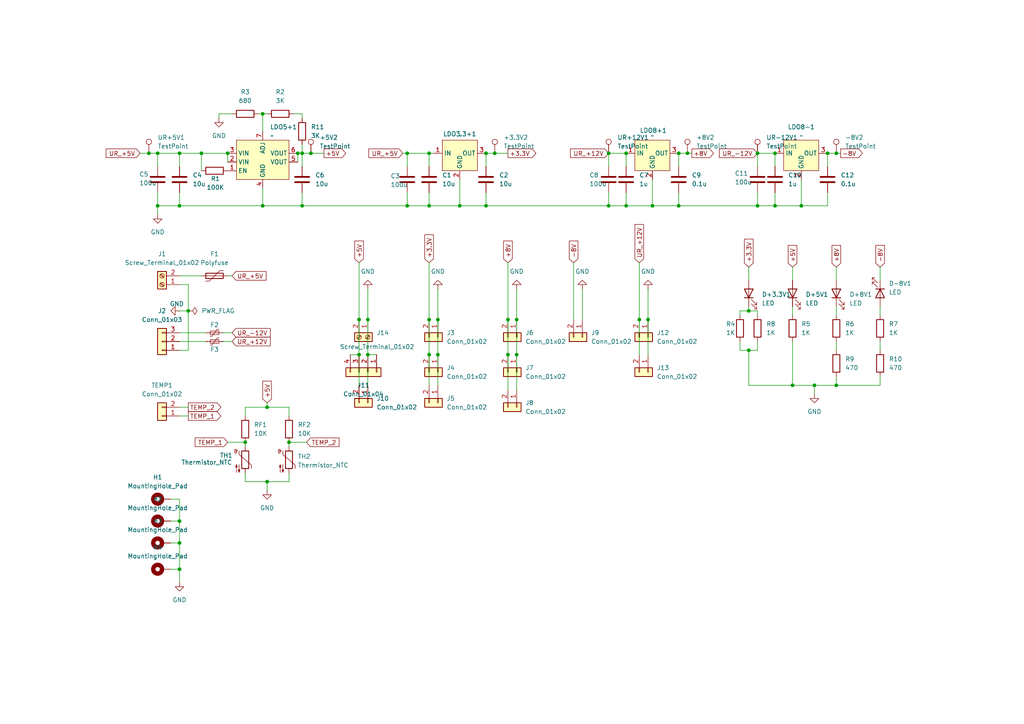
<source format=kicad_sch>
(kicad_sch (version 20250114) (generator "eeschema") (generator_version "9.0")
  (paper "A4")
  (lib_symbols
    (symbol "BJT_Custom:AP7363"
      (property "Reference" "U" (at 2.286 -2.54 0))
      (symbol "AP7363_1_1"
        (rectangle (start -2.54 -3.81) (end 7.62 -12.7) (fill (type background)))
        (pin input line (at -5.08 -7.62 0) (length 2.54) (name "IN") (number "1"))
        (pin input line (at 2.54 -15.24 90) (length 2.54) (name "GND") (number "2"))
        (pin input line (at 10.16 -7.62 180) (length 2.54) (name "OUT") (number "3"))
      )
    )
    (symbol "BJT_Custom:L78M"
      (property "Reference" "U" (at 4.064 0 0))
      (symbol "L78M_1_1"
        (rectangle (start -1.27 -1.27) (end 8.89 -10.16) (fill (type background)))
        (pin input line (at -3.81 -5.08 0) (length 2.54) (name "IN") (number "1"))
        (pin input line (at 3.81 -12.7 90) (length 2.54) (name "GND") (number "2"))
        (pin input line (at 11.43 -5.08 180) (length 2.54) (name "OUT") (number "3"))
      )
    )
    (symbol "BJT_Custom:MIC69502"
      (property "Reference" "U" (at 0.762 -11.43 0))
      (symbol "MIC69502_1_1"
        (rectangle (start -10.16 1.27) (end 5.08 -10.16) (fill (type background)))
        (pin input line (at -12.7 -2.54 0) (length 2.54) (name "VIN") (number "3"))
        (pin input line (at -12.7 -5.08 0) (length 2.54) (name "VIN") (number "2"))
        (pin input line (at -12.7 -7.62 0) (length 2.54) (name "EN") (number "1"))
        (pin input line (at -2.54 3.81 270) (length 2.54) (name "ADJ") (number "7"))
        (pin input line (at -2.54 -12.7 90) (length 2.54) (name "GND") (number "4"))
        (pin input line (at 7.62 -2.54 180) (length 2.54) (name "VOUT") (number "6"))
        (pin input line (at 7.62 -5.08 180) (length 2.54) (name "VOUT") (number "5"))
      )
    )
    (symbol "Connector:Screw_Terminal_01x02" (pin_names (offset 1.016) (hide yes))
      (property "Reference" "J" (at 0 2.54 0))
      (property "Value" "Screw_Terminal_01x02" (at 0 -5.08 0))
      (symbol "Screw_Terminal_01x02_1_1"
        (rectangle (start -1.27 1.27) (end 1.27 -3.81) (stroke (width 0.254)) (fill (type background)))
        (polyline (pts (xy -0.5334 0.3302) (xy 0.3302 -0.508)) (stroke (width 0.1524)))
        (polyline (pts (xy -0.5334 -2.2098) (xy 0.3302 -3.048)) (stroke (width 0.1524)))
        (polyline (pts (xy -0.3556 0.508) (xy 0.508 -0.3302)) (stroke (width 0.1524)))
        (polyline (pts (xy -0.3556 -2.032) (xy 0.508 -2.8702)) (stroke (width 0.1524)))
        (circle (center 0 0) (radius 0.635) (stroke (width 0.1524)))
        (circle (center 0 -2.54) (radius 0.635) (stroke (width 0.1524)))
        (pin passive line (at -5.08 0 0) (length 3.81) (name "Pin_1") (number "1"))
        (pin passive line (at -5.08 -2.54 0) (length 3.81) (name "Pin_2") (number "2"))
      )
    )
    (symbol "Connector:TestPoint" (pin_numbers (hide yes)) (pin_names (offset 0.762) (hide yes))
      (property "Reference" "TP" (at 0 6.858 0))
      (property "Value" "TestPoint" (at 0 5.08 0))
      (symbol "TestPoint_0_1"
        (circle (center 0 3.302) (radius 0.762))
      )
      (symbol "TestPoint_1_1"
        (pin passive line (at 0 0 90) (length 2.54) (name "1") (number "1"))
      )
    )
    (symbol "Connector_Generic:Conn_01x02" (pin_names (offset 1.016) (hide yes))
      (property "Reference" "J" (at 0 2.54 0))
      (property "Value" "Conn_01x02" (at 0 -5.08 0))
      (symbol "Conn_01x02_1_1"
        (rectangle (start -1.27 1.27) (end 1.27 -3.81) (stroke (width 0.254)) (fill (type background)))
        (rectangle (start -1.27 0.127) (end 0 -0.127) (stroke (width 0.1524)))
        (rectangle (start -1.27 -2.413) (end 0 -2.667) (stroke (width 0.1524)))
        (pin passive line (at -5.08 0 0) (length 3.81) (name "Pin_1") (number "1"))
        (pin passive line (at -5.08 -2.54 0) (length 3.81) (name "Pin_2") (number "2"))
      )
    )
    (symbol "Connector_Generic:Conn_01x03" (pin_names (offset 1.016) (hide yes))
      (property "Reference" "J" (at 0 5.08 0))
      (property "Value" "Conn_01x03" (at 0 -5.08 0))
      (symbol "Conn_01x03_1_1"
        (rectangle (start -1.27 3.81) (end 1.27 -3.81) (stroke (width 0.254)) (fill (type background)))
        (rectangle (start -1.27 2.667) (end 0 2.413) (stroke (width 0.1524)))
        (rectangle (start -1.27 0.127) (end 0 -0.127) (stroke (width 0.1524)))
        (rectangle (start -1.27 -2.413) (end 0 -2.667) (stroke (width 0.1524)))
        (pin passive line (at -5.08 2.54 0) (length 3.81) (name "Pin_1") (number "1"))
        (pin passive line (at -5.08 0 0) (length 3.81) (name "Pin_2") (number "2"))
        (pin passive line (at -5.08 -2.54 0) (length 3.81) (name "Pin_3") (number "3"))
      )
    )
    (symbol "Connector_Generic:Conn_01x04" (pin_names (offset 1.016) (hide yes))
      (property "Reference" "J" (at 0 5.08 0))
      (property "Value" "Conn_01x04" (at 0 -7.62 0))
      (symbol "Conn_01x04_1_1"
        (rectangle (start -1.27 3.81) (end 1.27 -6.35) (stroke (width 0.254)) (fill (type background)))
        (rectangle (start -1.27 2.667) (end 0 2.413) (stroke (width 0.1524)))
        (rectangle (start -1.27 0.127) (end 0 -0.127) (stroke (width 0.1524)))
        (rectangle (start -1.27 -2.413) (end 0 -2.667) (stroke (width 0.1524)))
        (rectangle (start -1.27 -4.953) (end 0 -5.207) (stroke (width 0.1524)))
        (pin passive line (at -5.08 2.54 0) (length 3.81) (name "Pin_1") (number "1"))
        (pin passive line (at -5.08 0 0) (length 3.81) (name "Pin_2") (number "2"))
        (pin passive line (at -5.08 -2.54 0) (length 3.81) (name "Pin_3") (number "3"))
        (pin passive line (at -5.08 -5.08 0) (length 3.81) (name "Pin_4") (number "4"))
      )
    )
    (symbol "Device:C" (pin_numbers (hide yes)) (pin_names (offset 0.254))
      (property "Reference" "C" (at 0.635 2.54 0))
      (property "Value" "C" (at 0.635 -2.54 0))
      (symbol "C_0_1"
        (polyline (pts (xy -2.032 0.762) (xy 2.032 0.762)) (stroke (width 0.508)))
        (polyline (pts (xy -2.032 -0.762) (xy 2.032 -0.762)) (stroke (width 0.508)))
      )
      (symbol "C_1_1"
        (pin passive line (at 0 3.81 270) (length 2.794) (name "~") (number "1"))
        (pin passive line (at 0 -3.81 90) (length 2.794) (name "~") (number "2"))
      )
    )
    (symbol "Device:LED" (pin_numbers (hide yes)) (pin_names (offset 1.016) (hide yes))
      (property "Reference" "D" (at 0 2.54 0))
      (property "Value" "LED" (at 0 -2.54 0))
      (symbol "LED_0_1"
        (polyline (pts (xy -3.048 -0.762) (xy -4.572 -2.286) (xy -3.81 -2.286) (xy -4.572 -2.286) (xy -4.572 -1.524)))
        (polyline (pts (xy -1.778 -0.762) (xy -3.302 -2.286) (xy -2.54 -2.286) (xy -3.302 -2.286) (xy -3.302 -1.524)))
        (polyline (pts (xy -1.27 0) (xy 1.27 0)))
        (polyline (pts (xy -1.27 -1.27) (xy -1.27 1.27)) (stroke (width 0.254)))
        (polyline (pts (xy 1.27 -1.27) (xy 1.27 1.27) (xy -1.27 0) (xy 1.27 -1.27)) (stroke (width 0.254)))
      )
      (symbol "LED_1_1"
        (pin passive line (at -3.81 0 0) (length 2.54) (name "K") (number "1"))
        (pin passive line (at 3.81 0 180) (length 2.54) (name "A") (number "2"))
      )
    )
    (symbol "Device:Polyfuse" (pin_numbers (hide yes)) (pin_names (offset 0))
      (property "Reference" "F" (at -2.54 0 90))
      (property "Value" "Polyfuse" (at 2.54 0 90))
      (symbol "Polyfuse_0_1"
        (polyline (pts (xy -1.524 2.54) (xy -1.524 1.524) (xy 1.524 -1.524) (xy 1.524 -2.54)))
        (rectangle (start -0.762 2.54) (end 0.762 -2.54) (stroke (width 0.254)))
        (polyline (pts (xy 0 2.54) (xy 0 -2.54)))
      )
      (symbol "Polyfuse_1_1"
        (pin passive line (at 0 3.81 270) (length 1.27) (name "~") (number "1"))
        (pin passive line (at 0 -3.81 90) (length 1.27) (name "~") (number "2"))
      )
    )
    (symbol "Device:Polyfuse_Small" (pin_numbers (hide yes)) (pin_names (offset 0))
      (property "Reference" "F" (at -1.905 0 90))
      (property "Value" "Polyfuse_Small" (at 1.905 0 90))
      (symbol "Polyfuse_Small_0_1"
        (polyline (pts (xy -1.016 1.27) (xy -1.016 0.762) (xy 1.016 -0.762) (xy 1.016 -1.27)))
        (rectangle (start -0.508 1.27) (end 0.508 -1.27))
        (polyline (pts (xy 0 2.54) (xy 0 -2.54)))
      )
      (symbol "Polyfuse_Small_1_1"
        (pin passive line (at 0 2.54 270) (length 0.635) (name "~") (number "1"))
        (pin passive line (at 0 -2.54 90) (length 0.635) (name "~") (number "2"))
      )
    )
    (symbol "Device:R" (pin_numbers (hide yes)) (pin_names (offset 0))
      (property "Reference" "R" (at 2.032 0 90))
      (property "Value" "R" (at 0 0 90))
      (symbol "R_0_1"
        (rectangle (start -1.016 -2.54) (end 1.016 2.54) (stroke (width 0.254)))
      )
      (symbol "R_1_1"
        (pin passive line (at 0 3.81 270) (length 1.27) (name "~") (number "1"))
        (pin passive line (at 0 -3.81 90) (length 1.27) (name "~") (number "2"))
      )
    )
    (symbol "Device:Thermistor_NTC" (pin_numbers (hide yes)) (pin_names (offset 0))
      (property "Reference" "TH" (at -4.445 0 90))
      (property "Value" "Thermistor_NTC" (at 3.175 0 90))
      (symbol "Thermistor_NTC_0_1"
        (arc (start -3.175 2.413) (mid -3.0506 2.3165) (end -3.048 2.159))
        (arc (start -3.048 2.794) (mid -2.9736 2.9736) (end -2.794 3.048))
        (arc (start -2.794 3.048) (mid -2.6144 2.9736) (end -2.54 2.794))
        (arc (start -2.794 2.54) (mid -2.9736 2.6144) (end -3.048 2.794))
        (arc (start -2.794 1.905) (mid -2.9736 1.9794) (end -3.048 2.159))
        (arc (start -2.54 2.159) (mid -2.6144 1.9794) (end -2.794 1.905))
        (arc (start -2.159 2.794) (mid -2.434 2.5608) (end -2.794 2.54))
        (polyline (pts (xy -2.54 2.159) (xy -2.54 2.794)))
        (polyline (pts (xy -2.54 -3.683) (xy -2.54 -1.397) (xy -2.794 -2.159) (xy -2.286 -2.159) (xy -2.54 -1.397) (xy -2.54 -1.651)) (fill (type outline)))
        (polyline (pts (xy -1.778 2.54) (xy -1.778 1.524) (xy 1.778 -1.524) (xy 1.778 -2.54)))
        (polyline (pts (xy -1.778 -1.397) (xy -1.778 -3.683) (xy -2.032 -2.921) (xy -1.524 -2.921) (xy -1.778 -3.683) (xy -1.778 -3.429)) (fill (type outline)))
        (rectangle (start -1.016 2.54) (end 1.016 -2.54) (stroke (width 0.254)))
      )
      (symbol "Thermistor_NTC_1_1"
        (pin passive line (at 0 3.81 270) (length 1.27) (name "~") (number "1"))
        (pin passive line (at 0 -3.81 90) (length 1.27) (name "~") (number "2"))
      )
    )
    (symbol "Mechanical:MountingHole_Pad" (pin_numbers (hide yes)) (pin_names (offset 1.016) (hide yes)) (exclude_from_sim yes) (in_bom no)
      (property "Reference" "H" (at 0 6.35 0))
      (property "Value" "MountingHole_Pad" (at 0 4.445 0))
      (symbol "MountingHole_Pad_0_1"
        (circle (center 0 1.27) (radius 1.27) (stroke (width 1.27)))
      )
      (symbol "MountingHole_Pad_1_1"
        (pin input line (at 0 -2.54 90) (length 2.54) (name "1") (number "1"))
      )
    )
    (symbol "power:GND" (power) (pin_numbers (hide yes)) (pin_names (offset 0) (hide yes))
      (property "Value" "GND" (at 0 -3.81 0))
      (symbol "GND_0_1"
        (polyline (pts (xy 0 0) (xy 0 -1.27) (xy 1.27 -1.27) (xy 0 -2.54) (xy -1.27 -1.27) (xy 0 -1.27)))
      )
      (symbol "GND_1_1"
        (pin power_in line (at 0 0 270) (length 0) (name "~") (number "1"))
      )
    )
    (symbol "power:PWR_FLAG" (power) (pin_numbers (hide yes)) (pin_names (offset 0) (hide yes))
      (property "Value" "PWR_FLAG" (at 0 3.81 0))
      (symbol "PWR_FLAG_0_0"
        (pin power_out line (at 0 0 90) (length 0) (name "~") (number "1"))
      )
      (symbol "PWR_FLAG_0_1"
        (polyline (pts (xy 0 0) (xy 0 1.27) (xy -1.016 1.905) (xy 0 2.54) (xy 1.016 1.905) (xy 0 1.27)))
      )
    )
  )
  (junction (at 106.68 102.87))
  (junction (at 52.07 59.69))
  (junction (at 104.14 92.71))
  (junction (at 199.39 44.45))
  (junction (at 52.07 165.1))
  (junction (at 124.46 59.69))
  (junction (at 189.23 59.69))
  (junction (at 87.63 44.45))
  (junction (at 217.17 90.17))
  (junction (at 127 102.87))
  (junction (at 196.85 44.45))
  (junction (at 217.17 101.6))
  (junction (at 133.35 59.69))
  (junction (at 118.11 44.45))
  (junction (at 140.97 59.69))
  (junction (at 176.53 59.69))
  (junction (at 90.17 44.45))
  (junction (at 71.12 128.27))
  (junction (at 176.53 44.45))
  (junction (at 196.85 59.69))
  (junction (at 147.32 92.71))
  (junction (at 147.32 102.87))
  (junction (at 219.71 59.69))
  (junction (at 52.07 44.45))
  (junction (at 236.22 111.76))
  (junction (at 83.82 128.27))
  (junction (at 149.86 92.71))
  (junction (at 106.68 92.71))
  (junction (at 185.42 92.71))
  (junction (at 87.63 59.69))
  (junction (at 66.04 44.45))
  (junction (at 54.61 90.17))
  (junction (at 127 92.71))
  (junction (at 45.72 44.45))
  (junction (at 45.72 59.69))
  (junction (at 232.41 59.69))
  (junction (at 242.57 111.76))
  (junction (at 86.36 44.45))
  (junction (at 43.18 44.45))
  (junction (at 58.42 44.45))
  (junction (at 181.61 59.69))
  (junction (at 224.79 59.69))
  (junction (at 77.47 118.11))
  (junction (at 181.61 44.45))
  (junction (at 187.96 92.71))
  (junction (at 229.87 111.76))
  (junction (at 124.46 44.45))
  (junction (at 76.2 59.69))
  (junction (at 219.71 44.45))
  (junction (at 52.07 151.13))
  (junction (at 76.2 33.02))
  (junction (at 143.51 44.45))
  (junction (at 224.79 44.45))
  (junction (at 149.86 102.87))
  (junction (at 240.03 44.45))
  (junction (at 140.97 44.45))
  (junction (at 104.14 102.87))
  (junction (at 118.11 59.69))
  (junction (at 124.46 102.87))
  (junction (at 77.47 139.7))
  (junction (at 124.46 92.71))
  (junction (at 242.57 44.45))
  (junction (at 52.07 157.48))
  (wire (pts (xy 236.22 111.76) (xy 242.57 111.76)))
  (wire (pts (xy 87.63 33.02) (xy 87.63 34.29)))
  (wire (pts (xy 87.63 55.88) (xy 87.63 59.69)))
  (wire (pts (xy 242.57 44.45) (xy 243.84 44.45)))
  (wire (pts (xy 255.27 77.47) (xy 255.27 81.28)))
  (wire (pts (xy 106.68 92.71) (xy 106.68 102.87)))
  (wire (pts (xy 77.47 139.7) (xy 77.47 142.24)))
  (wire (pts (xy 242.57 111.76) (xy 255.27 111.76)))
  (wire (pts (xy 101.6 102.87) (xy 104.14 102.87)))
  (wire (pts (xy 83.82 128.27) (xy 83.82 129.54)))
  (wire (pts (xy 54.61 101.6) (xy 52.07 101.6)))
  (wire (pts (xy 196.85 59.69) (xy 219.71 59.69)))
  (wire (pts (xy 255.27 88.9) (xy 255.27 91.44)))
  (wire (pts (xy 242.57 109.22) (xy 242.57 111.76)))
  (wire (pts (xy 176.53 44.45) (xy 176.53 48.26)))
  (wire (pts (xy 64.77 96.52) (xy 67.31 96.52)))
  (wire (pts (xy 124.46 102.87) (xy 124.46 111.76)))
  (wire (pts (xy 76.2 54.61) (xy 76.2 59.69)))
  (wire (pts (xy 52.07 96.52) (xy 59.69 96.52)))
  (wire (pts (xy 124.46 44.45) (xy 124.46 48.26)))
  (wire (pts (xy 219.71 44.45) (xy 224.79 44.45)))
  (wire (pts (xy 52.07 90.17) (xy 54.61 90.17)))
  (wire (pts (xy 240.03 44.45) (xy 240.03 48.26)))
  (wire (pts (xy 76.2 33.02) (xy 77.47 33.02)))
  (wire (pts (xy 149.86 92.71) (xy 149.86 102.87)))
  (wire (pts (xy 52.07 99.06) (xy 59.69 99.06)))
  (wire (pts (xy 242.57 77.47) (xy 242.57 81.28)))
  (wire (pts (xy 52.07 80.01) (xy 58.42 80.01)))
  (wire (pts (xy 64.77 99.06) (xy 67.31 99.06)))
  (wire (pts (xy 255.27 109.22) (xy 255.27 111.76)))
  (wire (pts (xy 189.23 59.69) (xy 196.85 59.69)))
  (wire (pts (xy 52.07 151.13) (xy 52.07 157.48)))
  (wire (pts (xy 66.04 80.01) (xy 67.31 80.01)))
  (wire (pts (xy 176.53 55.88) (xy 176.53 59.69)))
  (wire (pts (xy 71.12 118.11) (xy 71.12 120.65)))
  (wire (pts (xy 106.68 102.87) (xy 106.68 111.76)))
  (wire (pts (xy 133.35 59.69) (xy 140.97 59.69)))
  (wire (pts (xy 124.46 92.71) (xy 124.46 102.87)))
  (wire (pts (xy 147.32 102.87) (xy 147.32 113.03)))
  (wire (pts (xy 214.63 90.17) (xy 217.17 90.17)))
  (wire (pts (xy 76.2 59.69) (xy 52.07 59.69)))
  (wire (pts (xy 189.23 59.69) (xy 189.23 52.07)))
  (wire (pts (xy 229.87 88.9) (xy 229.87 91.44)))
  (wire (pts (xy 52.07 144.78) (xy 52.07 151.13)))
  (wire (pts (xy 214.63 101.6) (xy 217.17 101.6)))
  (wire (pts (xy 140.97 44.45) (xy 143.51 44.45)))
  (wire (pts (xy 45.72 44.45) (xy 52.07 44.45)))
  (wire (pts (xy 196.85 55.88) (xy 196.85 59.69)))
  (wire (pts (xy 217.17 90.17) (xy 219.71 90.17)))
  (wire (pts (xy 214.63 99.06) (xy 214.63 101.6)))
  (wire (pts (xy 104.14 76.2) (xy 104.14 92.71)))
  (wire (pts (xy 85.09 33.02) (xy 87.63 33.02)))
  (wire (pts (xy 52.07 165.1) (xy 52.07 168.91)))
  (wire (pts (xy 196.85 44.45) (xy 199.39 44.45)))
  (wire (pts (xy 52.07 118.11) (xy 54.61 118.11)))
  (wire (pts (xy 149.86 83.82) (xy 149.86 92.71)))
  (wire (pts (xy 87.63 44.45) (xy 90.17 44.45)))
  (wire (pts (xy 240.03 59.69) (xy 240.03 55.88)))
  (wire (pts (xy 58.42 44.45) (xy 66.04 44.45)))
  (wire (pts (xy 224.79 44.45) (xy 224.79 48.26)))
  (wire (pts (xy 118.11 55.88) (xy 118.11 59.69)))
  (wire (pts (xy 166.37 76.2) (xy 166.37 92.71)))
  (wire (pts (xy 199.39 44.45) (xy 200.66 44.45)))
  (wire (pts (xy 181.61 59.69) (xy 189.23 59.69)))
  (wire (pts (xy 86.36 44.45) (xy 87.63 44.45)))
  (wire (pts (xy 52.07 82.55) (xy 54.61 82.55)))
  (wire (pts (xy 219.71 90.17) (xy 219.71 91.44)))
  (wire (pts (xy 77.47 116.84) (xy 77.47 118.11)))
  (wire (pts (xy 49.53 165.1) (xy 52.07 165.1)))
  (wire (pts (xy 104.14 92.71) (xy 104.14 102.87)))
  (wire (pts (xy 66.04 44.45) (xy 66.04 46.99)))
  (wire (pts (xy 185.42 92.71) (xy 185.42 102.87)))
  (wire (pts (xy 124.46 55.88) (xy 124.46 59.69)))
  (wire (pts (xy 49.53 157.48) (xy 52.07 157.48)))
  (wire (pts (xy 77.47 139.7) (xy 83.82 139.7)))
  (wire (pts (xy 242.57 88.9) (xy 242.57 91.44)))
  (wire (pts (xy 219.71 44.45) (xy 219.71 48.26)))
  (wire (pts (xy 83.82 120.65) (xy 83.82 118.11)))
  (wire (pts (xy 181.61 55.88) (xy 181.61 59.69)))
  (wire (pts (xy 187.96 83.82) (xy 187.96 92.71)))
  (wire (pts (xy 66.04 128.27) (xy 71.12 128.27)))
  (wire (pts (xy 52.07 120.65) (xy 54.61 120.65)))
  (wire (pts (xy 217.17 101.6) (xy 217.17 111.76)))
  (wire (pts (xy 196.85 44.45) (xy 196.85 48.26)))
  (wire (pts (xy 187.96 92.71) (xy 187.96 102.87)))
  (wire (pts (xy 217.17 111.76) (xy 229.87 111.76)))
  (wire (pts (xy 219.71 59.69) (xy 224.79 59.69)))
  (wire (pts (xy 116.84 44.45) (xy 118.11 44.45)))
  (wire (pts (xy 45.72 59.69) (xy 45.72 62.23)))
  (wire (pts (xy 217.17 101.6) (xy 219.71 101.6)))
  (wire (pts (xy 181.61 44.45) (xy 181.61 48.26)))
  (wire (pts (xy 71.12 137.16) (xy 71.12 139.7)))
  (wire (pts (xy 83.82 128.27) (xy 88.9 128.27)))
  (wire (pts (xy 63.5 33.02) (xy 67.31 33.02)))
  (wire (pts (xy 168.91 83.82) (xy 168.91 92.71)))
  (wire (pts (xy 229.87 99.06) (xy 229.87 111.76)))
  (wire (pts (xy 104.14 102.87) (xy 104.14 111.76)))
  (wire (pts (xy 52.07 157.48) (xy 52.07 165.1)))
  (wire (pts (xy 118.11 44.45) (xy 118.11 48.26)))
  (wire (pts (xy 232.41 59.69) (xy 232.41 52.07)))
  (wire (pts (xy 40.64 44.45) (xy 43.18 44.45)))
  (wire (pts (xy 74.93 33.02) (xy 76.2 33.02)))
  (wire (pts (xy 83.82 139.7) (xy 83.82 137.16)))
  (wire (pts (xy 118.11 59.69) (xy 124.46 59.69)))
  (wire (pts (xy 87.63 44.45) (xy 87.63 48.26)))
  (wire (pts (xy 124.46 44.45) (xy 125.73 44.45)))
  (wire (pts (xy 52.07 59.69) (xy 45.72 59.69)))
  (wire (pts (xy 217.17 77.47) (xy 217.17 81.28)))
  (wire (pts (xy 106.68 83.82) (xy 106.68 92.71)))
  (wire (pts (xy 52.07 144.78) (xy 49.53 144.78)))
  (wire (pts (xy 217.17 90.17) (xy 217.17 88.9)))
  (wire (pts (xy 219.71 99.06) (xy 219.71 101.6)))
  (wire (pts (xy 124.46 76.2) (xy 124.46 92.71)))
  (wire (pts (xy 45.72 59.69) (xy 45.72 55.88)))
  (wire (pts (xy 86.36 44.45) (xy 86.36 46.99)))
  (wire (pts (xy 87.63 41.91) (xy 87.63 44.45)))
  (wire (pts (xy 90.17 44.45) (xy 93.98 44.45)))
  (wire (pts (xy 52.07 59.69) (xy 52.07 55.88)))
  (wire (pts (xy 240.03 44.45) (xy 242.57 44.45)))
  (wire (pts (xy 118.11 44.45) (xy 124.46 44.45)))
  (wire (pts (xy 76.2 33.02) (xy 76.2 38.1)))
  (wire (pts (xy 83.82 118.11) (xy 77.47 118.11)))
  (wire (pts (xy 63.5 34.29) (xy 63.5 33.02)))
  (wire (pts (xy 224.79 55.88) (xy 224.79 59.69)))
  (wire (pts (xy 52.07 44.45) (xy 58.42 44.45)))
  (wire (pts (xy 176.53 44.45) (xy 181.61 44.45)))
  (wire (pts (xy 77.47 118.11) (xy 71.12 118.11)))
  (wire (pts (xy 87.63 59.69) (xy 118.11 59.69)))
  (wire (pts (xy 229.87 111.76) (xy 236.22 111.76)))
  (wire (pts (xy 224.79 59.69) (xy 232.41 59.69)))
  (wire (pts (xy 54.61 90.17) (xy 54.61 101.6)))
  (wire (pts (xy 58.42 44.45) (xy 58.42 49.53)))
  (wire (pts (xy 45.72 44.45) (xy 45.72 48.26)))
  (wire (pts (xy 71.12 139.7) (xy 77.47 139.7)))
  (wire (pts (xy 236.22 111.76) (xy 236.22 114.3)))
  (wire (pts (xy 214.63 90.17) (xy 214.63 91.44)))
  (wire (pts (xy 127 83.82) (xy 127 92.71)))
  (wire (pts (xy 219.71 55.88) (xy 219.71 59.69)))
  (wire (pts (xy 255.27 101.6) (xy 255.27 99.06)))
  (wire (pts (xy 106.68 102.87) (xy 109.22 102.87)))
  (wire (pts (xy 147.32 92.71) (xy 147.32 102.87)))
  (wire (pts (xy 232.41 59.69) (xy 240.03 59.69)))
  (wire (pts (xy 140.97 44.45) (xy 140.97 48.26)))
  (wire (pts (xy 49.53 151.13) (xy 52.07 151.13)))
  (wire (pts (xy 133.35 59.69) (xy 133.35 52.07)))
  (wire (pts (xy 149.86 102.87) (xy 149.86 113.03)))
  (wire (pts (xy 52.07 44.45) (xy 52.07 48.26)))
  (wire (pts (xy 185.42 76.2) (xy 185.42 92.71)))
  (wire (pts (xy 127 102.87) (xy 127 111.76)))
  (wire (pts (xy 229.87 77.47) (xy 229.87 81.28)))
  (wire (pts (xy 176.53 59.69) (xy 181.61 59.69)))
  (wire (pts (xy 140.97 59.69) (xy 176.53 59.69)))
  (wire (pts (xy 143.51 44.45) (xy 147.32 44.45)))
  (wire (pts (xy 124.46 59.69) (xy 133.35 59.69)))
  (wire (pts (xy 54.61 82.55) (xy 54.61 90.17)))
  (wire (pts (xy 147.32 76.2) (xy 147.32 92.71)))
  (wire (pts (xy 140.97 55.88) (xy 140.97 59.69)))
  (wire (pts (xy 43.18 44.45) (xy 45.72 44.45)))
  (wire (pts (xy 76.2 59.69) (xy 87.63 59.69)))
  (wire (pts (xy 127 92.71) (xy 127 102.87)))
  (wire (pts (xy 242.57 99.06) (xy 242.57 101.6)))
  (wire (pts (xy 71.12 128.27) (xy 71.12 129.54)))
  (global_label "+8V" (shape output) (at 200.66 44.45 0) (property "Intersheetrefs" "${INTERSHEET_REFS}" (effects (hide yes))))
  (global_label "UR_-12V" (shape input) (at 67.31 96.52 0) (property "Intersheetrefs" "${INTERSHEET_REFS}" (effects (hide yes))))
  (global_label "TEMP_2" (shape output) (at 54.61 118.11 0) (property "Intersheetrefs" "${INTERSHEET_REFS}" (effects (hide yes))))
  (global_label "UR_+5V" (shape input) (at 67.31 80.01 0) (property "Intersheetrefs" "${INTERSHEET_REFS}" (effects (hide yes))))
  (global_label "+3.3V" (shape input) (at 124.46 76.2 90) (property "Intersheetrefs" "${INTERSHEET_REFS}" (effects (hide yes))))
  (global_label "+3.3V" (shape output) (at 147.32 44.45 0) (property "Intersheetrefs" "${INTERSHEET_REFS}" (effects (hide yes))))
  (global_label "+8V" (shape input) (at 147.32 76.2 90) (property "Intersheetrefs" "${INTERSHEET_REFS}" (effects (hide yes))))
  (global_label "-8V" (shape input) (at 255.27 77.47 90) (property "Intersheetrefs" "${INTERSHEET_REFS}" (effects (hide yes))))
  (global_label "+5V" (shape output) (at 93.98 44.45 0) (property "Intersheetrefs" "${INTERSHEET_REFS}" (effects (hide yes))))
  (global_label "+5V" (shape input) (at 104.14 76.2 90) (property "Intersheetrefs" "${INTERSHEET_REFS}" (effects (hide yes))))
  (global_label "TEMP_1" (shape output) (at 54.61 120.65 0) (property "Intersheetrefs" "${INTERSHEET_REFS}" (effects (hide yes))))
  (global_label "TEMP_1" (shape input) (at 66.04 128.27 180) (property "Intersheetrefs" "${INTERSHEET_REFS}" (effects (hide yes))))
  (global_label "+3.3V" (shape input) (at 217.17 77.47 90) (property "Intersheetrefs" "${INTERSHEET_REFS}" (effects (hide yes))))
  (global_label "UR_+12V" (shape input) (at 176.53 44.45 180) (property "Intersheetrefs" "${INTERSHEET_REFS}" (effects (hide yes))))
  (global_label "UR_+5V" (shape input) (at 116.84 44.45 180) (property "Intersheetrefs" "${INTERSHEET_REFS}" (effects (hide yes))))
  (global_label "UR_+5V" (shape input) (at 40.64 44.45 180) (property "Intersheetrefs" "${INTERSHEET_REFS}" (effects (hide yes))))
  (global_label "-8V" (shape input) (at 166.37 76.2 90) (property "Intersheetrefs" "${INTERSHEET_REFS}" (effects (hide yes))))
  (global_label "UR_+12V" (shape input) (at 67.31 99.06 0) (property "Intersheetrefs" "${INTERSHEET_REFS}" (effects (hide yes))))
  (global_label "UR_-12V" (shape input) (at 219.71 44.45 180) (property "Intersheetrefs" "${INTERSHEET_REFS}" (effects (hide yes))))
  (global_label "-8V" (shape output) (at 243.84 44.45 0) (property "Intersheetrefs" "${INTERSHEET_REFS}" (effects (hide yes))))
  (global_label "UR_+12V" (shape input) (at 185.42 76.2 90) (property "Intersheetrefs" "${INTERSHEET_REFS}" (effects (hide yes))))
  (global_label "+5V" (shape input) (at 77.47 116.84 90) (property "Intersheetrefs" "${INTERSHEET_REFS}" (effects (hide yes))))
  (global_label "+5V" (shape input) (at 229.87 77.47 90) (property "Intersheetrefs" "${INTERSHEET_REFS}" (effects (hide yes))))
  (global_label "TEMP_2" (shape input) (at 88.9 128.27 0) (property "Intersheetrefs" "${INTERSHEET_REFS}" (effects (hide yes))))
  (global_label "+8V" (shape input) (at 242.57 77.47 90) (property "Intersheetrefs" "${INTERSHEET_REFS}" (effects (hide yes))))
  (symbol (lib_id "Connector_Generic:Conn_01x03") (at 46.99 99.06 180) (unit 1)
    (property "Reference" "J2" (at 46.99 90.17 0))
    (property "Value" "Conn_01x03" (at 46.99 92.71 0))
    (property "Footprint" "Connector_JST:JST_XH_B3B-XH-A_1x03_P2.50mm_Vertical" (effects (hide yes)))
    (property "Description" "Generic connector, single row, 01x03, script generated (kicad-library-utils/schlib/autogen/connector/)" (effects (hide yes)))
  )
  (symbol (lib_id "Mechanical:MountingHole_Pad") (at 46.99 151.13 90) (unit 1) (exclude_from_sim yes) (in_bom no)
    (property "Reference" "H2" (at 45.72 144.78 90))
    (property "Value" "MountingHole_Pad" (at 45.72 147.32 90))
    (property "Footprint" "MountingHole:MountingHole_3.2mm_M3_Pad_Via" (effects (hide yes)))
    (property "Description" "Mounting Hole with connection" (effects (hide yes)))
  )
  (symbol (lib_id "Device:C") (at 140.97 52.07 0) (unit 1)
    (property "Reference" "C2" (at 144.78 50.7999 0) (effects (justify left)))
    (property "Value" "10u" (at 144.78 53.3399 0) (effects (justify left)))
    (property "Footprint" "Capacitor_SMD:C_1206_3216Metric_Pad1.33x1.80mm_HandSolder" (effects (hide yes)))
    (property "Description" "Unpolarized capacitor" (effects (hide yes)))
  )
  (symbol (lib_id "power:GND") (at 236.22 114.3 0) (unit 1)
    (property "Reference" "#PWR07" (effects (hide yes)))
    (property "Value" "GND" (at 236.22 119.38 0))
    (property "Description" "Power symbol creates a global label with name \"GND\" , ground" (effects (hide yes)))
  )
  (symbol (lib_id "BJT_Custom:MIC69502") (at 78.74 41.91 0) (unit 1)
    (property "Reference" "LDO5+1" (at 78.3433 36.83 0) (effects (justify left)))
    (property "Value" "~" (at 78.3433 39.37 0) (effects (justify left)))
    (property "Footprint" "Package_TO_SOT_SMD:TO-263-7_TabPin4" (effects (hide yes)))
  )
  (symbol (lib_id "Device:R") (at 81.28 33.02 90) (unit 1)
    (property "Reference" "R2" (at 81.28 26.67 90))
    (property "Value" "3K" (at 81.28 29.21 90))
    (property "Footprint" "Resistor_SMD:R_0603_1608Metric_Pad0.98x0.95mm_HandSolder" (effects (hide yes)))
    (property "Description" "Resistor" (effects (hide yes)))
  )
  (symbol (lib_id "Device:C") (at 52.07 52.07 0) (unit 1)
    (property "Reference" "C4" (at 55.88 50.7999 0) (effects (justify left)))
    (property "Value" "10u" (at 55.88 53.3399 0) (effects (justify left)))
    (property "Footprint" "Capacitor_SMD:C_1206_3216Metric_Pad1.33x1.80mm_HandSolder" (effects (hide yes)))
    (property "Description" "Unpolarized capacitor" (effects (hide yes)))
  )
  (symbol (lib_id "Connector:TestPoint") (at 242.57 44.45 0) (unit 1)
    (property "Reference" "-8V2" (at 245.11 39.8779 0) (effects (justify left)))
    (property "Value" "TestPoint" (at 245.11 42.4179 0) (effects (justify left)))
    (property "Footprint" "TestPoint:TestPoint_Pad_D1.5mm" (effects (hide yes)))
    (property "Description" "test point" (effects (hide yes)))
  )
  (symbol (lib_id "Device:R") (at 255.27 105.41 0) (unit 1)
    (property "Reference" "R10" (at 257.81 104.1399 0) (effects (justify left)))
    (property "Value" "470" (at 257.81 106.6799 0) (effects (justify left)))
    (property "Footprint" "Resistor_SMD:R_0603_1608Metric_Pad0.98x0.95mm_HandSolder" (effects (hide yes)))
    (property "Description" "Resistor" (effects (hide yes)))
  )
  (symbol (lib_id "Mechanical:MountingHole_Pad") (at 46.99 157.48 90) (unit 1) (exclude_from_sim yes) (in_bom no)
    (property "Reference" "H3" (at 45.72 151.13 90))
    (property "Value" "MountingHole_Pad" (at 45.72 153.67 90))
    (property "Footprint" "MountingHole:MountingHole_3.2mm_M3_Pad_Via" (effects (hide yes)))
    (property "Description" "Mounting Hole with connection" (effects (hide yes)))
  )
  (symbol (lib_id "power:GND") (at 52.07 168.91 0) (unit 1)
    (property "Reference" "#PWR011" (effects (hide yes)))
    (property "Value" "GND" (at 52.07 173.99 0))
    (property "Description" "Power symbol creates a global label with name \"GND\" , ground" (effects (hide yes)))
  )
  (symbol (lib_id "power:GND") (at 187.96 83.82 180) (unit 1)
    (property "Reference" "#PWR08" (effects (hide yes)))
    (property "Value" "GND" (at 187.96 78.74 0))
    (property "Description" "Power symbol creates a global label with name \"GND\" , ground" (effects (hide yes)))
  )
  (symbol (lib_id "Device:C") (at 181.61 52.07 0) (unit 1)
    (property "Reference" "C7" (at 185.42 50.7999 0) (effects (justify left)))
    (property "Value" "1u" (at 185.42 53.3399 0) (effects (justify left)))
    (property "Footprint" "Capacitor_SMD:C_0805_2012Metric_Pad1.18x1.45mm_HandSolder" (effects (hide yes)))
    (property "Description" "Unpolarized capacitor" (effects (hide yes)))
  )
  (symbol (lib_id "Device:Polyfuse_Small") (at 62.23 96.52 90) (unit 1)
    (property "Reference" "F2" (at 62.23 94.234 90))
    (property "Value" "Polyfuse_Small" (effects (hide yes)))
    (property "Footprint" "Fuse:Fuse_1812_4532Metric" (effects (hide yes)))
    (property "Description" "Resettable fuse, polymeric positive temperature coefficient, small symbol" (effects (hide yes)))
  )
  (symbol (lib_id "Connector_Generic:Conn_01x02") (at 187.96 97.79 270) (unit 1)
    (property "Reference" "J12" (at 190.5 96.5199 90) (effects (justify left)))
    (property "Value" "Conn_01x02" (at 190.5 99.0599 90) (effects (justify left)))
    (property "Footprint" "Connector_JST:JST_XH_B2B-XH-A_1x02_P2.50mm_Vertical" (effects (hide yes)))
    (property "Description" "Generic connector, single row, 01x02, script generated (kicad-library-utils/schlib/autogen/connector/)" (effects (hide yes)))
  )
  (symbol (lib_id "Device:R") (at 214.63 95.25 0) (unit 1)
    (property "Reference" "R4" (at 210.566 93.98 0) (effects (justify left)))
    (property "Value" "1K" (at 210.566 96.52 0) (effects (justify left)))
    (property "Footprint" "Resistor_SMD:R_0603_1608Metric_Pad0.98x0.95mm_HandSolder" (effects (hide yes)))
    (property "Description" "Resistor" (effects (hide yes)))
  )
  (symbol (lib_id "Connector_Generic:Conn_01x02") (at 106.68 116.84 270) (unit 1)
    (property "Reference" "J10" (at 109.22 115.5699 90) (effects (justify left)))
    (property "Value" "Conn_01x02" (at 109.22 118.1099 90) (effects (justify left)))
    (property "Footprint" "Connector_JST:JST_XH_B2B-XH-A_1x02_P2.50mm_Vertical" (effects (hide yes)))
    (property "Description" "Generic connector, single row, 01x02, script generated (kicad-library-utils/schlib/autogen/connector/)" (effects (hide yes)))
  )
  (symbol (lib_id "power:PWR_FLAG") (at 54.61 90.17 270) (unit 1)
    (property "Reference" "#FLG01" (effects (hide yes)))
    (property "Value" "PWR_FLAG" (at 58.42 90.1699 90) (effects (justify left)))
    (property "Description" "Special symbol for telling ERC where power comes from" (effects (hide yes)))
  )
  (symbol (lib_id "BJT_Custom:L78M") (at 185.42 39.37 0) (unit 1)
    (property "Reference" "LDO8+1" (at 189.484 37.846 0))
    (property "Value" "~" (at 189.23 39.37 0))
    (property "Footprint" "Package_TO_SOT_SMD:TO-252-3_TabPin2" (effects (hide yes)))
  )
  (symbol (lib_id "Connector_Generic:Conn_01x02") (at 127 116.84 270) (unit 1)
    (property "Reference" "J5" (at 129.54 115.5699 90) (effects (justify left)))
    (property "Value" "Conn_01x02" (at 129.54 118.1099 90) (effects (justify left)))
    (property "Footprint" "Connector_JST:JST_XH_B2B-XH-A_1x02_P2.50mm_Vertical" (effects (hide yes)))
    (property "Description" "Generic connector, single row, 01x02, script generated (kicad-library-utils/schlib/autogen/connector/)" (effects (hide yes)))
  )
  (symbol (lib_id "Connector:Screw_Terminal_01x02") (at 46.99 82.55 180) (unit 1)
    (property "Reference" "J1" (at 46.99 73.66 0))
    (property "Value" "Screw_Terminal_01x02" (at 46.99 76.2 0))
    (property "Footprint" "TerminalBlock:TerminalBlock_bornier-2_P5.08mm" (effects (hide yes)))
    (property "Description" "Generic screw terminal, single row, 01x02, script generated (kicad-library-utils/schlib/autogen/connector/)" (effects (hide yes)))
  )
  (symbol (lib_id "Device:C") (at 196.85 52.07 0) (unit 1)
    (property "Reference" "C9" (at 200.66 50.7999 0) (effects (justify left)))
    (property "Value" "0.1u" (at 200.66 53.3399 0) (effects (justify left)))
    (property "Footprint" "Capacitor_SMD:C_0603_1608Metric_Pad1.08x0.95mm_HandSolder" (effects (hide yes)))
    (property "Description" "Unpolarized capacitor" (effects (hide yes)))
  )
  (symbol (lib_id "Connector:Screw_Terminal_01x02") (at 106.68 97.79 270) (unit 1)
    (property "Reference" "J14" (at 109.22 96.5199 90) (effects (justify left)))
    (property "Value" "Screw_Terminal_01x02" (at 98.552 100.584 90) (effects (justify left)))
    (property "Footprint" "TerminalBlock:TerminalBlock_bornier-2_P5.08mm" (effects (hide yes)))
    (property "Description" "Generic screw terminal, single row, 01x02, script generated (kicad-library-utils/schlib/autogen/connector/)" (effects (hide yes)))
  )
  (symbol (lib_id "Device:R") (at 242.57 95.25 0) (unit 1)
    (property "Reference" "R6" (at 245.11 93.9799 0) (effects (justify left)))
    (property "Value" "1K" (at 245.11 96.5199 0) (effects (justify left)))
    (property "Footprint" "Resistor_SMD:R_0603_1608Metric_Pad0.98x0.95mm_HandSolder" (effects (hide yes)))
    (property "Description" "Resistor" (effects (hide yes)))
  )
  (symbol (lib_id "Device:C") (at 118.11 52.07 0) (unit 1)
    (property "Reference" "C3" (at 113.284 51.054 0) (effects (justify left)))
    (property "Value" "100u" (at 113.284 53.594 0) (effects (justify left)))
    (property "Footprint" "Capacitor_THT:C_Radial_D5.0mm_H11.0mm_P2.00mm" (effects (hide yes)))
    (property "Description" "Unpolarized capacitor" (effects (hide yes)))
  )
  (symbol (lib_id "Device:Polyfuse") (at 62.23 80.01 90) (unit 1)
    (property "Reference" "F1" (at 62.23 73.66 90))
    (property "Value" "Polyfuse" (at 62.23 76.2 90))
    (property "Footprint" "Fuse:Fuse_Bourns_MF-RHT550" (effects (hide yes)))
    (property "Description" "Resettable fuse, polymeric positive temperature coefficient" (effects (hide yes)))
  )
  (symbol (lib_id "Connector_Generic:Conn_01x02") (at 149.86 97.79 270) (unit 1)
    (property "Reference" "J6" (at 152.4 96.5199 90) (effects (justify left)))
    (property "Value" "Conn_01x02" (at 152.4 99.0599 90) (effects (justify left)))
    (property "Footprint" "Connector_JST:JST_XH_B2B-XH-A_1x02_P2.50mm_Vertical" (effects (hide yes)))
    (property "Description" "Generic connector, single row, 01x02, script generated (kicad-library-utils/schlib/autogen/connector/)" (effects (hide yes)))
  )
  (symbol (lib_id "Connector_Generic:Conn_01x02") (at 187.96 107.95 270) (unit 1)
    (property "Reference" "J13" (at 190.5 106.6799 90) (effects (justify left)))
    (property "Value" "Conn_01x02" (at 190.5 109.2199 90) (effects (justify left)))
    (property "Footprint" "Connector_JST:JST_XH_B2B-XH-A_1x02_P2.50mm_Vertical" (effects (hide yes)))
    (property "Description" "Generic connector, single row, 01x02, script generated (kicad-library-utils/schlib/autogen/connector/)" (effects (hide yes)))
  )
  (symbol (lib_id "Connector:TestPoint") (at 43.18 44.45 0) (unit 1)
    (property "Reference" "UR+5V1" (at 45.72 39.8779 0) (effects (justify left)))
    (property "Value" "TestPoint" (at 45.72 42.4179 0) (effects (justify left)))
    (property "Footprint" "TestPoint:TestPoint_Pad_D1.5mm" (effects (hide yes)))
    (property "Description" "test point" (effects (hide yes)))
  )
  (symbol (lib_id "Device:R") (at 242.57 105.41 0) (unit 1)
    (property "Reference" "R9" (at 245.11 104.1399 0) (effects (justify left)))
    (property "Value" "470" (at 245.11 106.6799 0) (effects (justify left)))
    (property "Footprint" "Resistor_SMD:R_0603_1608Metric_Pad0.98x0.95mm_HandSolder" (effects (hide yes)))
    (property "Description" "Resistor" (effects (hide yes)))
  )
  (symbol (lib_id "Device:C") (at 87.63 52.07 0) (unit 1)
    (property "Reference" "C6" (at 91.44 50.7999 0) (effects (justify left)))
    (property "Value" "10u" (at 91.44 53.3399 0) (effects (justify left)))
    (property "Footprint" "Capacitor_SMD:C_1206_3216Metric_Pad1.33x1.80mm_HandSolder" (effects (hide yes)))
    (property "Description" "Unpolarized capacitor" (effects (hide yes)))
  )
  (symbol (lib_id "Device:R") (at 87.63 38.1 0) (unit 1)
    (property "Reference" "R11" (at 90.17 36.8299 0) (effects (justify left)))
    (property "Value" "3K" (at 90.17 39.3699 0) (effects (justify left)))
    (property "Footprint" "Resistor_SMD:R_0603_1608Metric_Pad0.98x0.95mm_HandSolder" (effects (hide yes)))
    (property "Description" "Resistor" (effects (hide yes)))
  )
  (symbol (lib_id "Device:R") (at 71.12 33.02 90) (unit 1)
    (property "Reference" "R3" (at 71.12 26.67 90))
    (property "Value" "680" (at 71.12 29.21 90))
    (property "Footprint" "Resistor_SMD:R_0603_1608Metric_Pad0.98x0.95mm_HandSolder" (effects (hide yes)))
    (property "Description" "Resistor" (effects (hide yes)))
  )
  (symbol (lib_id "Device:C") (at 224.79 52.07 0) (unit 1)
    (property "Reference" "C10" (at 228.6 50.7999 0) (effects (justify left)))
    (property "Value" "1u" (at 228.6 53.3399 0) (effects (justify left)))
    (property "Footprint" "Capacitor_SMD:C_0805_2012Metric_Pad1.18x1.45mm_HandSolder" (effects (hide yes)))
    (property "Description" "Unpolarized capacitor" (effects (hide yes)))
  )
  (symbol (lib_id "Connector_Generic:Conn_01x02") (at 127 97.79 270) (unit 1)
    (property "Reference" "J3" (at 129.54 96.5199 90) (effects (justify left)))
    (property "Value" "Conn_01x02" (at 129.54 99.0599 90) (effects (justify left)))
    (property "Footprint" "Connector_JST:JST_XH_B2B-XH-A_1x02_P2.50mm_Vertical" (effects (hide yes)))
    (property "Description" "Generic connector, single row, 01x02, script generated (kicad-library-utils/schlib/autogen/connector/)" (effects (hide yes)))
  )
  (symbol (lib_id "Connector_Generic:Conn_01x02") (at 149.86 107.95 270) (unit 1)
    (property "Reference" "J7" (at 152.4 106.6799 90) (effects (justify left)))
    (property "Value" "Conn_01x02" (at 152.4 109.2199 90) (effects (justify left)))
    (property "Footprint" "Connector_JST:JST_XH_B2B-XH-A_1x02_P2.50mm_Vertical" (effects (hide yes)))
    (property "Description" "Generic connector, single row, 01x02, script generated (kicad-library-utils/schlib/autogen/connector/)" (effects (hide yes)))
  )
  (symbol (lib_id "power:GND") (at 168.91 83.82 180) (unit 1)
    (property "Reference" "#PWR06" (effects (hide yes)))
    (property "Value" "GND" (at 168.91 78.74 0))
    (property "Description" "Power symbol creates a global label with name \"GND\" , ground" (effects (hide yes)))
  )
  (symbol (lib_id "Device:LED") (at 242.57 85.09 90) (unit 1)
    (property "Reference" "D+8V1" (at 246.38 85.4074 90) (effects (justify right)))
    (property "Value" "LED" (at 246.38 87.9474 90) (effects (justify right)))
    (property "Footprint" "LED_SMD:LED_0603_1608Metric" (effects (hide yes)))
    (property "Description" "Light emitting diode" (effects (hide yes)))
    (property "Sim.Pins" "1=K 2=A" (effects (hide yes)))
  )
  (symbol (lib_id "Device:R") (at 229.87 95.25 0) (unit 1)
    (property "Reference" "R5" (at 232.41 93.9799 0) (effects (justify left)))
    (property "Value" "1K" (at 232.41 96.5199 0) (effects (justify left)))
    (property "Footprint" "Resistor_SMD:R_0603_1608Metric_Pad0.98x0.95mm_HandSolder" (effects (hide yes)))
    (property "Description" "Resistor" (effects (hide yes)))
  )
  (symbol (lib_id "Device:R") (at 255.27 95.25 0) (unit 1)
    (property "Reference" "R7" (at 257.81 93.9799 0) (effects (justify left)))
    (property "Value" "1K" (at 257.81 96.5199 0) (effects (justify left)))
    (property "Footprint" "Resistor_SMD:R_0603_1608Metric_Pad0.98x0.95mm_HandSolder" (effects (hide yes)))
    (property "Description" "Resistor" (effects (hide yes)))
  )
  (symbol (lib_id "power:GND") (at 127 83.82 180) (unit 1)
    (property "Reference" "#PWR04" (effects (hide yes)))
    (property "Value" "GND" (at 127 78.74 0))
    (property "Description" "Power symbol creates a global label with name \"GND\" , ground" (effects (hide yes)))
  )
  (symbol (lib_id "Connector_Generic:Conn_01x02") (at 149.86 118.11 270) (unit 1)
    (property "Reference" "J8" (at 152.4 116.8399 90) (effects (justify left)))
    (property "Value" "Conn_01x02" (at 152.4 119.3799 90) (effects (justify left)))
    (property "Footprint" "Connector_JST:JST_XH_B2B-XH-A_1x02_P2.50mm_Vertical" (effects (hide yes)))
    (property "Description" "Generic connector, single row, 01x02, script generated (kicad-library-utils/schlib/autogen/connector/)" (effects (hide yes)))
  )
  (symbol (lib_id "Mechanical:MountingHole_Pad") (at 46.99 144.78 90) (unit 1) (exclude_from_sim yes) (in_bom no)
    (property "Reference" "H1" (at 45.72 138.43 90))
    (property "Value" "MountingHole_Pad" (at 45.72 140.97 90))
    (property "Footprint" "MountingHole:MountingHole_3.2mm_M3_Pad_Via" (effects (hide yes)))
    (property "Description" "Mounting Hole with connection" (effects (hide yes)))
  )
  (symbol (lib_id "Connector:TestPoint") (at 176.53 44.45 0) (unit 1)
    (property "Reference" "UR+12V1" (at 179.07 39.8779 0) (effects (justify left)))
    (property "Value" "TestPoint" (at 179.07 42.4179 0) (effects (justify left)))
    (property "Footprint" "TestPoint:TestPoint_Pad_D1.5mm" (effects (hide yes)))
    (property "Description" "test point" (effects (hide yes)))
  )
  (symbol (lib_id "power:GND") (at 52.07 90.17 270) (unit 1)
    (property "Reference" "#PWR02" (effects (hide yes)))
    (property "Value" "GND" (at 53.34 88.138 90) (effects (justify right)))
    (property "Description" "Power symbol creates a global label with name \"GND\" , ground" (effects (hide yes)))
  )
  (symbol (lib_id "Device:C") (at 45.72 52.07 0) (unit 1)
    (property "Reference" "C5" (at 40.386 50.546 0) (effects (justify left)))
    (property "Value" "100u" (at 40.386 53.086 0) (effects (justify left)))
    (property "Footprint" "Capacitor_THT:C_Radial_D5.0mm_H11.0mm_P2.00mm" (effects (hide yes)))
    (property "Description" "Unpolarized capacitor" (effects (hide yes)))
  )
  (symbol (lib_id "power:GND") (at 77.47 142.24 0) (unit 1)
    (property "Reference" "#PWR010" (effects (hide yes)))
    (property "Value" "GND" (at 77.47 147.32 0))
    (property "Description" "Power symbol creates a global label with name \"GND\" , ground" (effects (hide yes)))
  )
  (symbol (lib_id "Device:C") (at 240.03 52.07 0) (unit 1)
    (property "Reference" "C12" (at 243.84 50.7999 0) (effects (justify left)))
    (property "Value" "0.1u" (at 243.84 53.3399 0) (effects (justify left)))
    (property "Footprint" "Capacitor_SMD:C_0603_1608Metric_Pad1.08x0.95mm_HandSolder" (effects (hide yes)))
    (property "Description" "Unpolarized capacitor" (effects (hide yes)))
  )
  (symbol (lib_id "Connector:TestPoint") (at 90.17 44.45 0) (unit 1)
    (property "Reference" "+5V2" (at 92.71 39.8779 0) (effects (justify left)))
    (property "Value" "TestPoint" (at 92.71 42.4179 0) (effects (justify left)))
    (property "Footprint" "TestPoint:TestPoint_Pad_D1.5mm" (effects (hide yes)))
    (property "Description" "test point" (effects (hide yes)))
  )
  (symbol (lib_id "Device:R") (at 83.82 124.46 0) (unit 1)
    (property "Reference" "RF2" (at 86.36 123.1899 0) (effects (justify left)))
    (property "Value" "10K" (at 86.36 125.7299 0) (effects (justify left)))
    (property "Footprint" "Resistor_SMD:R_0805_2012Metric_Pad1.20x1.40mm_HandSolder" (effects (hide yes)))
    (property "Description" "Resistor" (effects (hide yes)))
  )
  (symbol (lib_id "power:GND") (at 149.86 83.82 180) (unit 1)
    (property "Reference" "#PWR05" (effects (hide yes)))
    (property "Value" "GND" (at 149.86 78.74 0))
    (property "Description" "Power symbol creates a global label with name \"GND\" , ground" (effects (hide yes)))
  )
  (symbol (lib_id "Connector:TestPoint") (at 143.51 44.45 0) (unit 1)
    (property "Reference" "+3.3V2" (at 146.05 39.8779 0) (effects (justify left)))
    (property "Value" "TestPoint" (at 146.05 42.4179 0) (effects (justify left)))
    (property "Footprint" "TestPoint:TestPoint_Pad_D1.5mm" (effects (hide yes)))
    (property "Description" "test point" (effects (hide yes)))
  )
  (symbol (lib_id "power:GND") (at 45.72 62.23 0) (unit 1)
    (property "Reference" "#PWR09" (effects (hide yes)))
    (property "Value" "GND" (at 45.72 67.31 0))
    (property "Description" "Power symbol creates a global label with name \"GND\" , ground" (effects (hide yes)))
  )
  (symbol (lib_id "Connector_Generic:Conn_01x02") (at 168.91 97.79 270) (unit 1)
    (property "Reference" "J9" (at 171.45 96.5199 90) (effects (justify left)))
    (property "Value" "Conn_01x02" (at 171.45 99.0599 90) (effects (justify left)))
    (property "Footprint" "Connector_JST:JST_XH_B2B-XH-A_1x02_P2.50mm_Vertical" (effects (hide yes)))
    (property "Description" "Generic connector, single row, 01x02, script generated (kicad-library-utils/schlib/autogen/connector/)" (effects (hide yes)))
  )
  (symbol (lib_id "Connector_Generic:Conn_01x02") (at 46.99 120.65 180) (unit 1)
    (property "Reference" "TEMP1" (at 46.99 111.76 0))
    (property "Value" "Conn_01x02" (at 46.99 114.3 0))
    (property "Footprint" "Connector_JST:JST_XH_B2B-XH-A_1x02_P2.50mm_Vertical" (effects (hide yes)))
    (property "Description" "Generic connector, single row, 01x02, script generated (kicad-library-utils/schlib/autogen/connector/)" (effects (hide yes)))
  )
  (symbol (lib_id "Device:Polyfuse_Small") (at 62.23 99.06 90) (unit 1)
    (property "Reference" "F3" (at 62.23 101.346 90))
    (property "Value" "Polyfuse_Small" (effects (hide yes)))
    (property "Footprint" "Fuse:Fuse_1812_4532Metric" (effects (hide yes)))
    (property "Description" "Resettable fuse, polymeric positive temperature coefficient, small symbol" (effects (hide yes)))
  )
  (symbol (lib_id "power:GND") (at 106.68 83.82 180) (unit 1)
    (property "Reference" "#PWR03" (effects (hide yes)))
    (property "Value" "GND" (at 106.68 78.74 0))
    (property "Description" "Power symbol creates a global label with name \"GND\" , ground" (effects (hide yes)))
  )
  (symbol (lib_id "Device:Thermistor_NTC") (at 83.82 133.35 0) (unit 1)
    (property "Reference" "TH2" (at 86.36 132.3974 0) (effects (justify left)))
    (property "Value" "Thermistor_NTC" (at 86.36 134.9374 0) (effects (justify left)))
    (property "Footprint" "Resistor_SMD:R_0805_2012Metric_Pad1.20x1.40mm_HandSolder" (effects (hide yes)))
    (property "Description" "Temperature dependent resistor, negative temperature coefficient" (effects (hide yes)))
  )
  (symbol (lib_id "power:GND") (at 63.5 34.29 0) (unit 1)
    (property "Reference" "#PWR01" (effects (hide yes)))
    (property "Value" "GND" (at 63.5 39.37 0))
    (property "Description" "Power symbol creates a global label with name \"GND\" , ground" (effects (hide yes)))
  )
  (symbol (lib_id "Mechanical:MountingHole_Pad") (at 46.99 165.1 90) (unit 1) (exclude_from_sim yes) (in_bom no)
    (property "Reference" "H4" (at 45.72 158.75 90))
    (property "Value" "MountingHole_Pad" (at 45.72 161.29 90))
    (property "Footprint" "MountingHole:MountingHole_3.2mm_M3_Pad_Via" (effects (hide yes)))
    (property "Description" "Mounting Hole with connection" (effects (hide yes)))
  )
  (symbol (lib_id "Device:R") (at 71.12 124.46 0) (unit 1)
    (property "Reference" "RF1" (at 73.66 123.1899 0) (effects (justify left)))
    (property "Value" "10K" (at 73.66 125.7299 0) (effects (justify left)))
    (property "Footprint" "Resistor_SMD:R_0805_2012Metric_Pad1.20x1.40mm_HandSolder" (effects (hide yes)))
    (property "Description" "Resistor" (effects (hide yes)))
  )
  (symbol (lib_id "Device:R") (at 62.23 49.53 90) (unit 1)
    (property "Reference" "R1" (at 62.484 51.816 90))
    (property "Value" "100K" (at 62.484 54.356 90))
    (property "Footprint" "Resistor_SMD:R_0402_1005Metric_Pad0.72x0.64mm_HandSolder" (effects (hide yes)))
    (property "Description" "Resistor" (effects (hide yes)))
  )
  (symbol (lib_id "Connector_Generic:Conn_01x02") (at 127 107.95 270) (unit 1)
    (property "Reference" "J4" (at 129.54 106.6799 90) (effects (justify left)))
    (property "Value" "Conn_01x02" (at 129.54 109.2199 90) (effects (justify left)))
    (property "Footprint" "Connector_JST:JST_XH_B2B-XH-A_1x02_P2.50mm_Vertical" (effects (hide yes)))
    (property "Description" "Generic connector, single row, 01x02, script generated (kicad-library-utils/schlib/autogen/connector/)" (effects (hide yes)))
  )
  (symbol (lib_id "Device:C") (at 124.46 52.07 0) (unit 1)
    (property "Reference" "C1" (at 128.27 50.7999 0) (effects (justify left)))
    (property "Value" "10u" (at 128.27 53.3399 0) (effects (justify left)))
    (property "Footprint" "Capacitor_SMD:C_1206_3216Metric_Pad1.33x1.80mm_HandSolder" (effects (hide yes)))
    (property "Description" "Unpolarized capacitor" (effects (hide yes)))
  )
  (symbol (lib_id "Device:LED") (at 217.17 85.09 90) (unit 1)
    (property "Reference" "D+3.3V1" (at 220.98 85.4074 90) (effects (justify right)))
    (property "Value" "LED" (at 220.98 87.9474 90) (effects (justify right)))
    (property "Footprint" "LED_SMD:LED_0603_1608Metric" (effects (hide yes)))
    (property "Description" "Light emitting diode" (effects (hide yes)))
    (property "Sim.Pins" "1=K 2=A" (effects (hide yes)))
  )
  (symbol (lib_id "Device:R") (at 219.71 95.25 0) (unit 1)
    (property "Reference" "R8" (at 222.25 93.9799 0) (effects (justify left)))
    (property "Value" "1K" (at 222.25 96.5199 0) (effects (justify left)))
    (property "Footprint" "Resistor_SMD:R_0603_1608Metric_Pad0.98x0.95mm_HandSolder" (effects (hide yes)))
    (property "Description" "Resistor" (effects (hide yes)))
  )
  (symbol (lib_id "Device:LED") (at 229.87 85.09 90) (unit 1)
    (property "Reference" "D+5V1" (at 233.68 85.4074 90) (effects (justify right)))
    (property "Value" "LED" (at 233.68 87.9474 90) (effects (justify right)))
    (property "Footprint" "LED_SMD:LED_0603_1608Metric" (effects (hide yes)))
    (property "Description" "Light emitting diode" (effects (hide yes)))
    (property "Sim.Pins" "1=K 2=A" (effects (hide yes)))
  )
  (symbol (lib_id "Device:Thermistor_NTC") (at 71.12 133.35 0) (unit 1)
    (property "Reference" "TH1" (at 63.754 132.08 0) (effects (justify left)))
    (property "Value" "Thermistor_NTC" (at 52.578 134.112 0) (effects (justify left)))
    (property "Footprint" "Resistor_SMD:R_0805_2012Metric_Pad1.20x1.40mm_HandSolder" (effects (hide yes)))
    (property "Description" "Temperature dependent resistor, negative temperature coefficient" (effects (hide yes)))
  )
  (symbol (lib_id "BJT_Custom:L78M") (at 228.6 39.37 0) (unit 1)
    (property "Reference" "LDO8-1" (at 232.41 36.83 0))
    (property "Value" "~" (at 232.41 39.37 0))
    (property "Footprint" "Package_TO_SOT_SMD:TO-252-3_TabPin2" (effects (hide yes)))
  )
  (symbol (lib_id "Device:C") (at 176.53 52.07 0) (unit 1)
    (property "Reference" "C8" (at 170.942 50.8 0) (effects (justify left)))
    (property "Value" "100u" (at 170.942 53.34 0) (effects (justify left)))
    (property "Footprint" "Capacitor_THT:C_Radial_D5.0mm_H11.0mm_P2.00mm" (effects (hide yes)))
    (property "Description" "Unpolarized capacitor" (effects (hide yes)))
  )
  (symbol (lib_id "BJT_Custom:AP7363") (at 130.81 36.83 0) (unit 1)
    (property "Reference" "LDO3.3+1" (at 133.35 38.862 0))
    (property "Value" "~" (at 133.35 39.37 0))
    (property "Footprint" "Package_TO_SOT_SMD:TO-252-3_TabPin2" (effects (hide yes)))
  )
  (symbol (lib_id "Connector:TestPoint") (at 199.39 44.45 0) (unit 1)
    (property "Reference" "+8V2" (at 201.93 39.8779 0) (effects (justify left)))
    (property "Value" "TestPoint" (at 201.93 42.4179 0) (effects (justify left)))
    (property "Footprint" "TestPoint:TestPoint_Pad_D1.5mm" (effects (hide yes)))
    (property "Description" "test point" (effects (hide yes)))
  )
  (symbol (lib_id "Device:C") (at 219.71 52.07 0) (unit 1)
    (property "Reference" "C11" (at 213.106 50.292 0) (effects (justify left)))
    (property "Value" "100u" (at 213.106 52.832 0) (effects (justify left)))
    (property "Footprint" "Capacitor_THT:C_Radial_D5.0mm_H11.0mm_P2.00mm" (effects (hide yes)))
    (property "Description" "Unpolarized capacitor" (effects (hide yes)))
  )
  (symbol (lib_id "Device:LED") (at 255.27 85.09 270) (unit 1)
    (property "Reference" "D-8V1" (at 257.81 82.2324 90) (effects (justify left)))
    (property "Value" "LED" (at 257.81 84.7724 90) (effects (justify left)))
    (property "Footprint" "LED_SMD:LED_0603_1608Metric" (effects (hide yes)))
    (property "Description" "Light emitting diode" (effects (hide yes)))
    (property "Sim.Pins" "1=K 2=A" (effects (hide yes)))
  )
  (symbol (lib_id "Connector:TestPoint") (at 219.71 44.45 0) (unit 1)
    (property "Reference" "UR-12V1" (at 222.25 39.8779 0) (effects (justify left)))
    (property "Value" "TestPoint" (at 222.25 42.4179 0) (effects (justify left)))
    (property "Footprint" "TestPoint:TestPoint_Pad_D1.5mm" (effects (hide yes)))
    (property "Description" "test point" (effects (hide yes)))
  )
  (symbol (lib_id "Connector_Generic:Conn_01x04") (at 106.68 107.95 270) (unit 1)
    (property "Reference" "J11" (at 105.41 111.76 90))
    (property "Value" "Conn_01x04" (at 105.41 114.3 90))
    (property "Footprint" "Connector_JST:JST_XH_B4B-XH-A_1x04_P2.50mm_Vertical" (effects (hide yes)))
    (property "Description" "Generic connector, single row, 01x04, script generated (kicad-library-utils/schlib/autogen/connector/)" (effects (hide yes)))
  )
)
</source>
